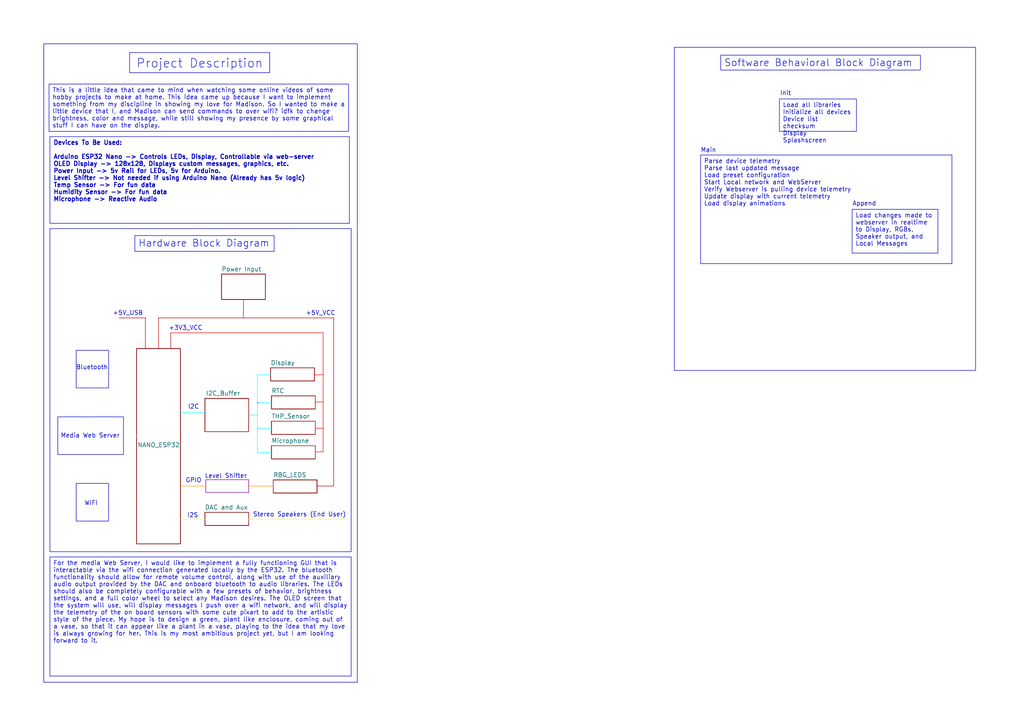
<source format=kicad_sch>
(kicad_sch
	(version 20250114)
	(generator "eeschema")
	(generator_version "9.0")
	(uuid "760b3a53-058c-44df-84b8-d25bd41bf801")
	(paper "A4")
	(title_block
		(title "Loving Reminder")
		(date "2025-08-03")
		(rev "1-A")
	)
	(lib_symbols)
	(rectangle
		(start 12.7 12.7)
		(end 103.632 197.866)
		(stroke
			(width 0)
			(type default)
		)
		(fill
			(type none)
		)
		(uuid 1b63602c-74c2-402d-a6a1-65cd5d896b9e)
	)
	(rectangle
		(start 22.098 112.522)
		(end 31.496 101.6)
		(stroke
			(width 0)
			(type default)
		)
		(fill
			(type none)
		)
		(uuid 37b7e016-3272-4d12-8deb-2d5afdeb21ab)
	)
	(rectangle
		(start 14.478 66.294)
		(end 101.854 160.02)
		(stroke
			(width 0)
			(type default)
		)
		(fill
			(type none)
		)
		(uuid 502392df-4d82-4e3b-a83f-942e0bf27d74)
	)
	(rectangle
		(start 195.58 13.716)
		(end 282.956 107.442)
		(stroke
			(width 0)
			(type default)
		)
		(fill
			(type none)
		)
		(uuid 5401f4c2-34ab-40f8-af98-fbdb87ecce41)
	)
	(rectangle
		(start 22.098 140.208)
		(end 31.496 151.13)
		(stroke
			(width 0)
			(type default)
		)
		(fill
			(type none)
		)
		(uuid a70e5833-57bd-496f-8fd5-6fca5d90cf48)
	)
	(rectangle
		(start 37.592 15.24)
		(end 78.232 21.082)
		(stroke
			(width 0)
			(type default)
		)
		(fill
			(type none)
		)
		(uuid bc17ac6a-fcf9-4867-a546-d9c4643d34fd)
	)
	(rectangle
		(start 16.764 120.904)
		(end 35.814 131.826)
		(stroke
			(width 0)
			(type default)
		)
		(fill
			(type none)
		)
		(uuid c76be9c5-f477-48f3-a0d8-cbc6b4f112cc)
	)
	(rectangle
		(start 59.69 139.1285)
		(end 72.136 142.8115)
		(stroke
			(width 0)
			(type solid)
			(color 132 0 132 1)
		)
		(fill
			(type none)
		)
		(uuid edb5b82c-f685-4eb2-a679-d19985ece034)
	)
	(text "Bluetooth"
		(exclude_from_sim no)
		(at 26.67 106.68 0)
		(effects
			(font
				(size 1.27 1.27)
			)
		)
		(uuid "03021dc1-635a-44f6-a4c7-14e9a8c45e96")
	)
	(text "GPIO"
		(exclude_from_sim no)
		(at 56.134 139.446 0)
		(effects
			(font
				(size 1.27 1.27)
			)
		)
		(uuid "0bb43717-1ccb-459e-92cc-2b8f76953665")
	)
	(text "WIFI"
		(exclude_from_sim no)
		(at 26.416 146.05 0)
		(effects
			(font
				(size 1.27 1.27)
			)
		)
		(uuid "1796dcad-8a28-4b6f-8486-205dc6367b61")
	)
	(text "+3V3_VCC"
		(exclude_from_sim no)
		(at 53.848 95.25 0)
		(effects
			(font
				(size 1.27 1.27)
			)
		)
		(uuid "3615276e-15b1-412d-bd18-0d4b0e7cf1b5")
	)
	(text "+5V_VCC"
		(exclude_from_sim no)
		(at 92.964 90.932 0)
		(effects
			(font
				(size 1.27 1.27)
			)
		)
		(uuid "380453b8-be97-420c-b15d-7ddac2265282")
	)
	(text "Init"
		(exclude_from_sim no)
		(at 227.838 27.178 0)
		(effects
			(font
				(size 1.27 1.27)
			)
		)
		(uuid "427bd99a-4ccb-4ccd-ac33-de72372904e2")
	)
	(text "Append"
		(exclude_from_sim no)
		(at 250.698 59.182 0)
		(effects
			(font
				(size 1.27 1.27)
			)
		)
		(uuid "4da817b5-464a-4743-8bc1-cfbe9ca5c30c")
	)
	(text "I2S"
		(exclude_from_sim no)
		(at 55.88 149.606 0)
		(effects
			(font
				(size 1.27 1.27)
			)
		)
		(uuid "6aa5f3c7-f0d7-4f44-974e-1d21ee50c75b")
	)
	(text "Main\n"
		(exclude_from_sim no)
		(at 205.486 43.688 0)
		(effects
			(font
				(size 1.27 1.27)
			)
		)
		(uuid "8d98ee3b-ca1b-4317-9e24-e7d6f7b1d9a1")
	)
	(text "+5V_USB"
		(exclude_from_sim no)
		(at 37.084 90.932 0)
		(effects
			(font
				(size 1.27 1.27)
			)
		)
		(uuid "8e251aaf-c086-49ef-be32-13d4061d889d")
	)
	(text "Project Description"
		(exclude_from_sim no)
		(at 57.912 18.542 0)
		(effects
			(font
				(size 2.54 2.54)
			)
		)
		(uuid "992d5dc0-171e-407e-9b58-d0b257bea2a6")
	)
	(text "Stereo Speakers (End User)"
		(exclude_from_sim no)
		(at 86.868 149.352 0)
		(effects
			(font
				(size 1.27 1.27)
			)
		)
		(uuid "9e76b2b2-4337-4f00-8e26-787bf04b85ff")
	)
	(text "I2C"
		(exclude_from_sim no)
		(at 56.134 118.11 0)
		(effects
			(font
				(size 1.27 1.27)
			)
		)
		(uuid "a67a1d43-5f67-46d1-91eb-968aa0e24018")
	)
	(text "Media Web Server"
		(exclude_from_sim no)
		(at 26.162 126.492 0)
		(effects
			(font
				(size 1.27 1.27)
			)
		)
		(uuid "cc51e903-337f-497d-b341-86270357de08")
	)
	(text "Level Shifter"
		(exclude_from_sim no)
		(at 65.532 138.176 0)
		(effects
			(font
				(size 1.27 1.27)
			)
		)
		(uuid "dcc0e7a7-6d30-4d9c-94e4-497a7a62eb3e")
	)
	(text_box "Software Behavioral Block Diagram"
		(exclude_from_sim no)
		(at 209.042 16.002 0)
		(size 57.912 4.318)
		(margins 0.9525 0.9525 0.9525 0.9525)
		(stroke
			(width 0)
			(type solid)
		)
		(fill
			(type none)
		)
		(effects
			(font
				(size 2.032 2.032)
			)
			(justify left top)
		)
		(uuid "3e4befd2-de2a-4c16-bf93-f33e7c5d3d5d")
	)
	(text_box "Devices To Be Used:\n\nArduino ESP32 Nano -> Controls LEDs, Display, Controllable via web-server\nOLED Display -> 128x128, Displays custom messages, graphics, etc.\nPower Input -> 5v Rail for LEDs, 5v for Arduino.\nLevel Shifter -> Not needed if using Arduino Nano (Already has 5v logic)\nTemp Sensor -> For fun data\nHumidity Sensor -> For fun data\nMicrophone -> Reactive Audio\n"
		(exclude_from_sim no)
		(at 14.478 39.624 0)
		(size 86.868 25.146)
		(margins 0.9525 0.9525 0.9525 0.9525)
		(stroke
			(width 0)
			(type solid)
		)
		(fill
			(type none)
		)
		(effects
			(font
				(size 1.27 1.27)
				(thickness 0.254)
				(bold yes)
			)
			(justify left top)
		)
		(uuid "604aa3d8-290c-4d6c-9689-996af2104e24")
	)
	(text_box "For the media Web Server, I would like to implement a fully functioning GUI that is interactable via the wifi connection generated locally by the ESP32. The bluetooth functionality should allow for remote volume control, along with use of the auxiliary audio output provided by the DAC and onboard bluetooth to audio libraries. The LEDs should also be completely configurable with a few presets of behavior, brightness settings, and a full color wheel to select any Madison desires. The OLED screen that the system will use, will display messages I push over a wifi network, and will display the telemetry of the on board sensors with some cute pixart to add to the artistic style of the piece. My hope is to design a green, plant like enclosure, coming out of a vase, so that it can appear like a plant in a vase, playing to the idea that my love is always growing for her. This is my most ambitious project yet, but I am looking forward to it."
		(exclude_from_sim no)
		(at 14.478 161.544 0)
		(size 87.376 34.544)
		(margins 0.9525 0.9525 0.9525 0.9525)
		(stroke
			(width 0)
			(type solid)
		)
		(fill
			(type none)
		)
		(effects
			(font
				(size 1.27 1.27)
			)
			(justify left top)
		)
		(uuid "6d51c465-01fe-4e25-a28f-e6b6c1cc28b7")
	)
	(text_box "Hardware Block Diagram"
		(exclude_from_sim no)
		(at 39.116 68.326 0)
		(size 40.386 4.572)
		(margins 0.9525 0.9525 0.9525 0.9525)
		(stroke
			(width 0)
			(type solid)
		)
		(fill
			(type none)
		)
		(effects
			(font
				(size 2.032 2.032)
			)
			(justify left top)
		)
		(uuid "6db4de98-0e9a-4eb7-b1bb-c2af05fc21e6")
	)
	(text_box "This is a little idea that came to mind when watching some online videos of some hobby projects to make at home. This idea came up because I want to implement something from my discipline in showing my love for Madison. So I wanted to make a little device that I, and Madison can send commands to over wifi? idfk to change brightness, color and message, while still showing my presence by some graphical stuff I can have on the display."
		(exclude_from_sim no)
		(at 14.224 24.384 0)
		(size 86.868 13.716)
		(margins 0.9525 0.9525 0.9525 0.9525)
		(stroke
			(width 0)
			(type solid)
		)
		(fill
			(type none)
		)
		(effects
			(font
				(size 1.27 1.27)
			)
			(justify left top)
		)
		(uuid "7ea39e75-57c8-4afa-b809-10f172f1d45d")
	)
	(text_box "Parse device telemetry\nParse last updated message\nLoad preset configuration\nStart Local network and WebServer\nVerify Webserver is pulling device telemetry\nUpdate display with current telemetry\nLoad display animations\n"
		(exclude_from_sim no)
		(at 203.2 44.958 0)
		(size 72.898 31.496)
		(margins 0.9525 0.9525 0.9525 0.9525)
		(stroke
			(width 0)
			(type solid)
		)
		(fill
			(type none)
		)
		(effects
			(font
				(size 1.27 1.27)
			)
			(justify left top)
		)
		(uuid "87d98eff-0c93-4aa7-b904-682c10704a01")
	)
	(text_box "Load changes made to webserver in realtime to Display, RGBs, Speaker output, and Local Messages"
		(exclude_from_sim no)
		(at 247.142 60.706 0)
		(size 24.892 12.7)
		(margins 0.9525 0.9525 0.9525 0.9525)
		(stroke
			(width 0)
			(type solid)
		)
		(fill
			(type none)
		)
		(effects
			(font
				(size 1.27 1.27)
			)
			(justify left top)
		)
		(uuid "9c02f542-3ea3-46f8-9ddc-0325268f9b78")
	)
	(text_box "Load all libraries\nInitialize all devices\nDevice list checksum\nDisplay Splashscreen\n"
		(exclude_from_sim no)
		(at 226.06 28.702 0)
		(size 22.352 9.398)
		(margins 0.9525 0.9525 0.9525 0.9525)
		(stroke
			(width 0)
			(type solid)
		)
		(fill
			(type none)
		)
		(effects
			(font
				(size 1.27 1.27)
			)
			(justify left top)
		)
		(uuid "e5137323-811a-4c5c-b41e-d18faaf8692a")
	)
	(polyline
		(pts
			(xy 26.416 112.776) (xy 26.416 120.65)
		)
		(stroke
			(width 0)
			(type solid)
			(color 255 255 255 1)
		)
		(uuid "09048d63-c903-484d-9b2e-1c90bfc438e4")
	)
	(polyline
		(pts
			(xy 49.53 96.52) (xy 49.53 100.838)
		)
		(stroke
			(width 0)
			(type solid)
			(color 194 0 0 1)
		)
		(uuid "1f435302-e35e-4e6e-8689-73b446e389c9")
	)
	(polyline
		(pts
			(xy 91.44 131.064) (xy 93.726 131.064)
		)
		(stroke
			(width 0)
			(type solid)
			(color 255 0 0 1)
		)
		(uuid "258b812d-e7c4-4839-92e3-ee736fe00703")
	)
	(polyline
		(pts
			(xy 91.948 140.97) (xy 96.774 140.97)
		)
		(stroke
			(width 0)
			(type solid)
			(color 194 0 0 1)
		)
		(uuid "2fbb4948-9e5d-4ad1-99b4-b2f51fcede2d")
	)
	(polyline
		(pts
			(xy 70.612 92.202) (xy 45.974 92.202)
		)
		(stroke
			(width 0)
			(type solid)
			(color 194 0 0 1)
		)
		(uuid "3a061f53-edb6-4327-8e9e-a7a8f0ce1278")
	)
	(polyline
		(pts
			(xy 96.774 92.202) (xy 70.612 92.202)
		)
		(stroke
			(width 0)
			(type solid)
			(color 194 0 0 1)
		)
		(uuid "418b06a9-7086-40df-96e2-bc4722c94d59")
	)
	(polyline
		(pts
			(xy 72.39 120.396) (xy 74.676 120.396)
		)
		(stroke
			(width 0)
			(type solid)
			(color 0 255 255 1)
		)
		(uuid "5895529c-3885-42df-82f2-cb32571f2a5b")
	)
	(polyline
		(pts
			(xy 74.676 124.206) (xy 78.486 124.206)
		)
		(stroke
			(width 0)
			(type solid)
			(color 0 255 255 1)
		)
		(uuid "5a7925f7-f16b-4e1e-91b4-31ef956a2cd3")
	)
	(polyline
		(pts
			(xy 72.136 140.97) (xy 79.248 140.97)
		)
		(stroke
			(width 0)
			(type solid)
			(color 255 153 0 1)
		)
		(uuid "6719bc5c-dff7-46e3-834b-2b7500fe64cd")
	)
	(polyline
		(pts
			(xy 49.53 96.52) (xy 93.726 96.52)
		)
		(stroke
			(width 0)
			(type solid)
			(color 255 0 0 1)
		)
		(uuid "777f94fd-70be-41d2-ad29-5a76528589c6")
	)
	(polyline
		(pts
			(xy 74.676 116.84) (xy 78.74 116.84)
		)
		(stroke
			(width 0)
			(type solid)
			(color 0 255 255 1)
		)
		(uuid "87ca89bb-a5c0-45b4-b53e-5cafdb3e0c76")
	)
	(polyline
		(pts
			(xy 31.75 107.188) (xy 39.37 107.188)
		)
		(stroke
			(width 0)
			(type solid)
			(color 255 255 255 1)
		)
		(uuid "87e74653-ca38-4a03-a6ba-e84bf83f89aa")
	)
	(polyline
		(pts
			(xy 74.676 116.84) (xy 74.93 116.84)
		)
		(stroke
			(width 0)
			(type default)
		)
		(uuid "92b52634-b40c-4a8d-b559-1d4774682fbb")
	)
	(polyline
		(pts
			(xy 52.324 150.622) (xy 59.436 150.622)
		)
		(stroke
			(width 0)
			(type solid)
			(color 255 255 0 1)
		)
		(uuid "9be8e1b9-3f02-4d69-8539-600b8bec57c7")
	)
	(polyline
		(pts
			(xy 74.676 108.712) (xy 74.676 116.84)
		)
		(stroke
			(width 0)
			(type solid)
			(color 0 255 255 1)
		)
		(uuid "9fcd07ba-cac9-42a0-95b9-7b81ac8a46aa")
	)
	(polyline
		(pts
			(xy 237.236 38.1) (xy 237.236 44.704)
		)
		(stroke
			(width 0)
			(type solid)
			(color 255 255 255 1)
		)
		(uuid "aaf06992-9e3d-4459-986d-89af251768ff")
	)
	(polyline
		(pts
			(xy 91.44 124.206) (xy 93.726 124.206)
		)
		(stroke
			(width 0)
			(type solid)
			(color 255 0 0 1)
		)
		(uuid "af958ae8-cba6-4ced-9ebf-12901408a0a3")
	)
	(polyline
		(pts
			(xy 74.676 131.318) (xy 78.74 131.318)
		)
		(stroke
			(width 0)
			(type solid)
			(color 0 255 255 1)
		)
		(uuid "b27eabe8-1fe8-4c00-bb36-77616683cc94")
	)
	(polyline
		(pts
			(xy 91.44 116.586) (xy 93.726 116.586)
		)
		(stroke
			(width 0)
			(type solid)
			(color 255 0 0 1)
		)
		(uuid "b30681de-37ed-4cc1-8f37-7605b9c5e902")
	)
	(polyline
		(pts
			(xy 78.486 124.206) (xy 78.74 124.206)
		)
		(stroke
			(width 0)
			(type solid)
			(color 0 255 255 1)
		)
		(uuid "b8711e47-489a-4218-8859-9b4b8e5da970")
	)
	(polyline
		(pts
			(xy 36.068 126.492) (xy 39.624 126.492)
		)
		(stroke
			(width 0)
			(type solid)
			(color 255 255 255 1)
		)
		(uuid "c5251149-c6d9-4ed2-8bd0-b02f39deac16")
	)
	(polyline
		(pts
			(xy 26.416 139.954) (xy 26.416 132.08)
		)
		(stroke
			(width 0)
			(type solid)
			(color 255 255 255 1)
		)
		(uuid "c8ae6063-bb02-4a1a-af9c-0aacb8e312cf")
	)
	(polyline
		(pts
			(xy 78.74 124.206) (xy 78.74 124.206)
		)
		(stroke
			(width 0)
			(type solid)
			(color 0 255 255 1)
		)
		(uuid "ccc6a39c-05aa-44ac-8067-847e2fc4cf39")
	)
	(polyline
		(pts
			(xy 52.324 140.97) (xy 59.436 140.97)
		)
		(stroke
			(width 0)
			(type solid)
			(color 255 153 0 1)
		)
		(uuid "ce92aa56-641e-4301-806d-87da98dfd58b")
	)
	(polyline
		(pts
			(xy 45.974 92.202) (xy 45.974 101.092)
		)
		(stroke
			(width 0)
			(type solid)
			(color 194 0 0 1)
		)
		(uuid "d7ce7bc2-7974-4859-9176-83b4f206e760")
	)
	(polyline
		(pts
			(xy 93.726 96.52) (xy 93.726 131.064)
		)
		(stroke
			(width 0)
			(type solid)
			(color 255 0 0 1)
		)
		(uuid "db5698ab-f661-4e62-b930-615d3a2fe089")
	)
	(polyline
		(pts
			(xy 96.774 92.202) (xy 96.774 140.97)
		)
		(stroke
			(width 0)
			(type solid)
			(color 194 0 0 1)
		)
		(uuid "dd44973b-7962-42a0-9cc1-a7b20aabc40b")
	)
	(polyline
		(pts
			(xy 93.726 108.712) (xy 91.186 108.712)
		)
		(stroke
			(width 0)
			(type solid)
			(color 255 0 0 1)
		)
		(uuid "e4938d7a-1045-4949-8e60-cbef07ba4425")
	)
	(polyline
		(pts
			(xy 78.486 108.712) (xy 74.676 108.712)
		)
		(stroke
			(width 0)
			(type solid)
			(color 0 255 255 1)
		)
		(uuid "e7bcb2f5-8a34-4ee4-9746-cc466e1415a6")
	)
	(polyline
		(pts
			(xy 42.164 92.202) (xy 42.164 101.092)
		)
		(stroke
			(width 0)
			(type solid)
			(color 194 0 0 1)
		)
		(uuid "e7f5672e-4ed6-4a8d-98eb-ad3b4bf18bb4")
	)
	(polyline
		(pts
			(xy 52.324 119.634) (xy 59.436 119.634)
		)
		(stroke
			(width 0)
			(type solid)
			(color 0 255 255 1)
		)
		(uuid "ea6f3451-035f-45aa-8ba0-5a96ae1ad362")
	)
	(polyline
		(pts
			(xy 70.612 86.868) (xy 70.612 92.202)
		)
		(stroke
			(width 0)
			(type solid)
			(color 194 0 0 1)
		)
		(uuid "ed720397-7515-400c-8400-dfc6b6ec3561")
	)
	(polyline
		(pts
			(xy 91.186 108.458) (xy 91.186 108.712)
		)
		(stroke
			(width 0)
			(type solid)
			(color 255 0 0 1)
		)
		(uuid "edbc4939-48c3-4bd2-8a47-d7f2c31e8591")
	)
	(polyline
		(pts
			(xy 74.676 116.84) (xy 74.676 131.318)
		)
		(stroke
			(width 0)
			(type solid)
			(color 0 255 255 1)
		)
		(uuid "ee9c7e57-5429-4f6a-b7ca-e993d94d0b27")
	)
	(polyline
		(pts
			(xy 72.136 150.622) (xy 100.33 150.622)
		)
		(stroke
			(width 0)
			(type solid)
			(color 255 255 0 1)
		)
		(uuid "f20d55ec-75d5-42f3-9b33-0c73dc6400b0")
	)
	(polyline
		(pts
			(xy 34.544 92.202) (xy 42.164 92.202)
		)
		(stroke
			(width 0)
			(type solid)
			(color 194 0 0 1)
		)
		(uuid "f3b3bd18-ae43-4bd8-9cf9-bcb368fc35d5")
	)
	(polyline
		(pts
			(xy 31.75 145.542) (xy 39.37 145.542)
		)
		(stroke
			(width 0)
			(type solid)
			(color 255 255 255 1)
		)
		(uuid "f4178c50-04a3-4ad9-bda2-e440bf92ec57")
	)
	(sheet
		(at 78.74 114.808)
		(size 12.7 3.81)
		(exclude_from_sim no)
		(in_bom yes)
		(on_board yes)
		(dnp no)
		(fields_autoplaced yes)
		(stroke
			(width 0.1524)
			(type solid)
		)
		(fill
			(color 0 0 0 0.0000)
		)
		(uuid "206359c9-b7b4-4f02-b040-b8d6a2904fbc")
		(property "Sheetname" "RTC"
			(at 78.74 114.0964 0)
			(effects
				(font
					(size 1.27 1.27)
				)
				(justify left bottom)
			)
		)
		(property "Sheetfile" "clock.kicad_sch"
			(at 78.74 119.2026 0)
			(effects
				(font
					(size 1.27 1.27)
				)
				(justify left top)
				(hide yes)
			)
		)
		(property "Field2" ""
			(at 78.74 114.808 0)
			(effects
				(font
					(size 1.27 1.27)
				)
			)
		)
		(instances
			(project "six_month"
				(path "/760b3a53-058c-44df-84b8-d25bd41bf801"
					(page "8")
				)
			)
		)
	)
	(sheet
		(at 59.436 148.59)
		(size 12.7 3.81)
		(exclude_from_sim no)
		(in_bom yes)
		(on_board yes)
		(dnp no)
		(fields_autoplaced yes)
		(stroke
			(width 0.1524)
			(type solid)
		)
		(fill
			(color 0 0 0 0.0000)
		)
		(uuid "38ef48b2-00ab-4fa0-b3e8-bd789191affc")
		(property "Sheetname" "DAC and Aux"
			(at 59.436 147.8784 0)
			(effects
				(font
					(size 1.27 1.27)
				)
				(justify left bottom)
			)
		)
		(property "Sheetfile" "DAC.kicad_sch"
			(at 59.436 152.9846 0)
			(effects
				(font
					(size 1.27 1.27)
				)
				(justify left top)
				(hide yes)
			)
		)
		(instances
			(project "six_month"
				(path "/760b3a53-058c-44df-84b8-d25bd41bf801"
					(page "10")
				)
			)
		)
	)
	(sheet
		(at 78.74 122.174)
		(size 12.7 3.81)
		(exclude_from_sim no)
		(in_bom yes)
		(on_board yes)
		(dnp no)
		(fields_autoplaced yes)
		(stroke
			(width 0.1524)
			(type solid)
		)
		(fill
			(color 0 0 0 0.0000)
		)
		(uuid "51d7992b-5efb-448e-a8df-25baa80f47c6")
		(property "Sheetname" "THP_Sensor"
			(at 78.74 121.4624 0)
			(effects
				(font
					(size 1.27 1.27)
				)
				(justify left bottom)
			)
		)
		(property "Sheetfile" "temp.kicad_sch"
			(at 78.74 126.5686 0)
			(effects
				(font
					(size 1.27 1.27)
				)
				(justify left top)
				(hide yes)
			)
		)
		(instances
			(project "six_month"
				(path "/760b3a53-058c-44df-84b8-d25bd41bf801"
					(page "9")
				)
			)
		)
	)
	(sheet
		(at 64.262 79.502)
		(size 12.7 7.366)
		(exclude_from_sim no)
		(in_bom yes)
		(on_board yes)
		(dnp no)
		(fields_autoplaced yes)
		(stroke
			(width 0.1524)
			(type solid)
		)
		(fill
			(color 0 0 0 0.0000)
		)
		(uuid "9fc7e097-8553-4173-8341-9ddf379b6edc")
		(property "Sheetname" "Power Input"
			(at 64.262 78.7904 0)
			(effects
				(font
					(size 1.27 1.27)
				)
				(justify left bottom)
			)
		)
		(property "Sheetfile" "Power Input.kicad_sch"
			(at 64.262 87.4526 0)
			(effects
				(font
					(size 1.27 1.27)
				)
				(justify left top)
				(hide yes)
			)
		)
		(instances
			(project "six_month"
				(path "/760b3a53-058c-44df-84b8-d25bd41bf801"
					(page "4")
				)
			)
		)
	)
	(sheet
		(at 79.248 139.192)
		(size 12.7 3.81)
		(exclude_from_sim no)
		(in_bom yes)
		(on_board yes)
		(dnp no)
		(fields_autoplaced yes)
		(stroke
			(width 0.1524)
			(type solid)
		)
		(fill
			(color 0 0 0 0.0000)
		)
		(uuid "a5eae629-9086-4412-931b-375d63218a43")
		(property "Sheetname" "RBG_LEDS"
			(at 79.248 138.4804 0)
			(effects
				(font
					(size 1.27 1.27)
				)
				(justify left bottom)
			)
		)
		(property "Sheetfile" "RBG_LEDS.kicad_sch"
			(at 79.248 143.5866 0)
			(effects
				(font
					(size 1.27 1.27)
				)
				(justify left top)
				(hide yes)
			)
		)
		(instances
			(project "six_month"
				(path "/760b3a53-058c-44df-84b8-d25bd41bf801"
					(page "7")
				)
			)
		)
	)
	(sheet
		(at 78.486 106.68)
		(size 12.7 3.81)
		(exclude_from_sim no)
		(in_bom yes)
		(on_board yes)
		(dnp no)
		(fields_autoplaced yes)
		(stroke
			(width 0.1524)
			(type solid)
		)
		(fill
			(color 0 0 0 0.0000)
		)
		(uuid "a958bc1b-93fd-4bcf-8be5-c4c684da90e3")
		(property "Sheetname" "Display"
			(at 78.486 105.9684 0)
			(effects
				(font
					(size 1.27 1.27)
				)
				(justify left bottom)
			)
		)
		(property "Sheetfile" "Display.kicad_sch"
			(at 78.486 111.0746 0)
			(effects
				(font
					(size 1.27 1.27)
				)
				(justify left top)
				(hide yes)
			)
		)
		(instances
			(project "six_month"
				(path "/760b3a53-058c-44df-84b8-d25bd41bf801"
					(page "6")
				)
			)
		)
	)
	(sheet
		(at 78.74 129.286)
		(size 12.7 3.81)
		(exclude_from_sim no)
		(in_bom yes)
		(on_board yes)
		(dnp no)
		(fields_autoplaced yes)
		(stroke
			(width 0.1524)
			(type solid)
		)
		(fill
			(color 0 0 0 0.0000)
		)
		(uuid "ce899300-c820-4feb-a011-2ab9ca819c68")
		(property "Sheetname" "Microphone"
			(at 78.74 128.5744 0)
			(effects
				(font
					(size 1.27 1.27)
				)
				(justify left bottom)
			)
		)
		(property "Sheetfile" "microphone.kicad_sch"
			(at 78.74 133.6806 0)
			(effects
				(font
					(size 1.27 1.27)
				)
				(justify left top)
				(hide yes)
			)
		)
		(instances
			(project "six_month"
				(path "/760b3a53-058c-44df-84b8-d25bd41bf801"
					(page "10")
				)
			)
		)
	)
	(sheet
		(at 59.436 115.57)
		(size 12.7 9.652)
		(exclude_from_sim no)
		(in_bom yes)
		(on_board yes)
		(dnp no)
		(stroke
			(width 0.1524)
			(type solid)
		)
		(fill
			(color 0 0 0 0.0000)
		)
		(uuid "da2aef3f-66bc-4387-a5bf-be6a7dea6d4f")
		(property "Sheetname" "I2C_Buffer"
			(at 59.69 114.808 0)
			(effects
				(font
					(size 1.27 1.27)
				)
				(justify left bottom)
			)
		)
		(property "Sheetfile" "buffer_level_shifting.kicad_sch"
			(at 59.69 158.242 0)
			(effects
				(font
					(size 1.27 1.27)
				)
				(justify left top)
				(hide yes)
			)
		)
		(property "Field2" ""
			(at 59.436 115.57 0)
			(effects
				(font
					(size 1.27 1.27)
				)
			)
		)
		(instances
			(project "six_month"
				(path "/760b3a53-058c-44df-84b8-d25bd41bf801"
					(page "5")
				)
			)
		)
	)
	(sheet
		(at 39.624 101.092)
		(size 12.7 56.642)
		(exclude_from_sim no)
		(in_bom yes)
		(on_board yes)
		(dnp no)
		(stroke
			(width 0.1524)
			(type solid)
		)
		(fill
			(color 0 0 0 0.0000)
		)
		(uuid "e7c6d3e0-cd7b-4bdf-9537-c97b6acf9670")
		(property "Sheetname" "NANO_ESP32"
			(at 39.878 129.794 0)
			(effects
				(font
					(size 1.27 1.27)
				)
				(justify left bottom)
			)
		)
		(property "Sheetfile" "Arduino_Nano.kicad_sch"
			(at 39.624 136.4746 0)
			(effects
				(font
					(size 1.27 1.27)
				)
				(justify left top)
				(hide yes)
			)
		)
		(instances
			(project "six_month"
				(path "/760b3a53-058c-44df-84b8-d25bd41bf801"
					(page "3")
				)
			)
		)
	)
	(sheet_instances
		(path "/"
			(page "1")
		)
	)
	(embedded_fonts no)
)

</source>
